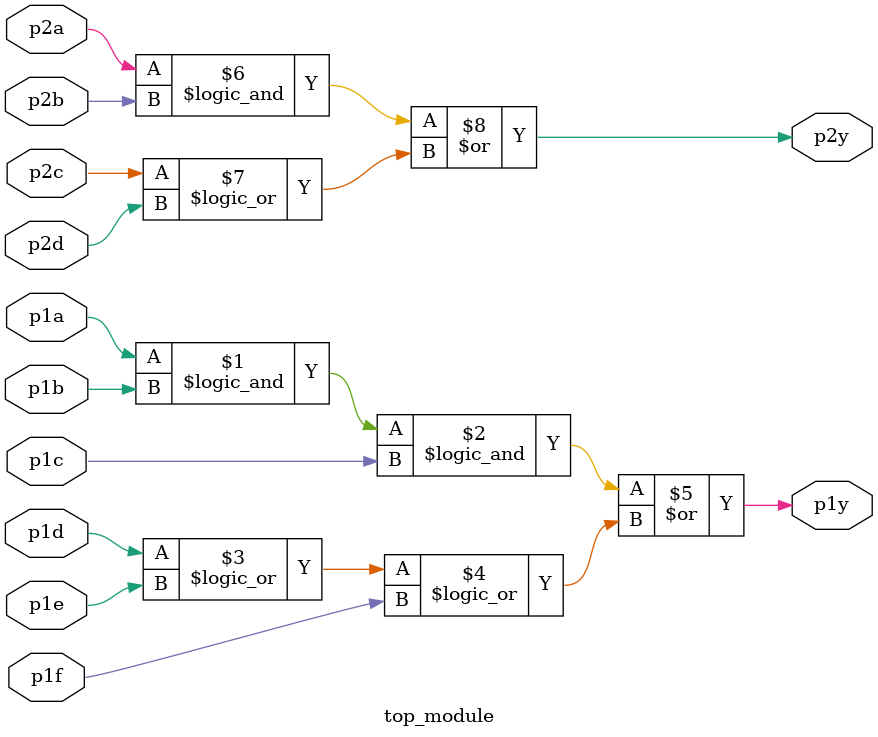
<source format=sv>
module top_module(
	input p1a, 
	input p1b, 
	input p1c, 
	input p1d,
	input p1e,
	input p1f,
	output p1y, 
	input p2a, 
	input p2b, 
	input p2c, 
	input p2d, 
	output p2y
);
	assign p1y = (p1a && p1b && p1c) | (p1d || p1e || p1f);
	assign p2y = (p2a && p2b) | (p2c || p2d);

endmodule

</source>
